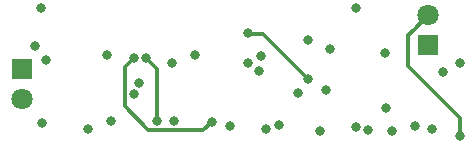
<source format=gbr>
%TF.GenerationSoftware,KiCad,Pcbnew,(6.0.2)*%
%TF.CreationDate,2022-03-10T12:52:18+01:00*%
%TF.ProjectId,SolarCharger,536f6c61-7243-4686-9172-6765722e6b69,rev?*%
%TF.SameCoordinates,Original*%
%TF.FileFunction,Copper,L2,Inr*%
%TF.FilePolarity,Positive*%
%FSLAX46Y46*%
G04 Gerber Fmt 4.6, Leading zero omitted, Abs format (unit mm)*
G04 Created by KiCad (PCBNEW (6.0.2)) date 2022-03-10 12:52:18*
%MOMM*%
%LPD*%
G01*
G04 APERTURE LIST*
%TA.AperFunction,ComponentPad*%
%ADD10R,1.800000X1.800000*%
%TD*%
%TA.AperFunction,ComponentPad*%
%ADD11C,1.800000*%
%TD*%
%TA.AperFunction,ViaPad*%
%ADD12C,0.800000*%
%TD*%
%TA.AperFunction,Conductor*%
%ADD13C,0.300000*%
%TD*%
G04 APERTURE END LIST*
D10*
%TO.N,gnd*%
%TO.C,J1*%
X82500000Y-47460000D03*
D11*
%TO.N,Vin+*%
X82500000Y-50000000D03*
%TD*%
D10*
%TO.N,gnd*%
%TO.C,J2*%
X116900000Y-45400000D03*
D11*
%TO.N,5V*%
X116900000Y-42860000D03*
%TD*%
D12*
%TO.N,Vin+*%
X83600000Y-45500000D03*
%TO.N,gnd*%
X103200000Y-52500000D03*
X95200000Y-46900000D03*
X111800000Y-52600000D03*
X117200000Y-52500000D03*
%TO.N,BAT-*%
X93000000Y-46500000D03*
X93930331Y-51830331D03*
X90000000Y-51825000D03*
%TO.N,BAT+*%
X98550001Y-51895735D03*
X101600000Y-44400000D03*
X106675000Y-48289369D03*
X92000000Y-46500000D03*
%TO.N,Net-(C7-Pad2)*%
X107737764Y-52679577D03*
X104300000Y-52200000D03*
%TO.N,5V*%
X119600000Y-53100000D03*
%TO.N,5V_BF*%
X110800000Y-42300000D03*
X101600000Y-46900000D03*
X110800000Y-52374998D03*
X115750000Y-52300000D03*
%TO.N,Net-(D1-Pad2)*%
X102700000Y-46300000D03*
X105900000Y-49500000D03*
%TO.N,Net-(IC1-Pad8)*%
X89736401Y-46263599D03*
X92400000Y-48600000D03*
%TO.N,Net-(IC1-Pad6)*%
X84100000Y-42300000D03*
X91964998Y-49517501D03*
%TO.N,Net-(IC1-Pad5)*%
X88069998Y-52500000D03*
%TO.N,Net-(IC1-Pad2)*%
X84200000Y-52000000D03*
X84500000Y-46710000D03*
%TO.N,Net-(IC2-Pad5)*%
X97147624Y-46263478D03*
X95400000Y-51830332D03*
%TO.N,Net-(IC3-Pad2)*%
X100100000Y-52300000D03*
X106700000Y-45000000D03*
%TO.N,Net-(IC3-Pad1)*%
X108574998Y-45725000D03*
X102544998Y-47600000D03*
%TO.N,Net-(IC4-Pad8)*%
X119600000Y-46900000D03*
X113200000Y-46100000D03*
%TO.N,Net-(IC4-Pad7)*%
X118149498Y-47668922D03*
X113786658Y-52706671D03*
%TO.N,Net-(IC4-Pad3)*%
X108200000Y-49200000D03*
X113327531Y-50779998D03*
%TD*%
D13*
%TO.N,BAT-*%
X93000000Y-46500000D02*
X93930331Y-47430331D01*
X93930331Y-47430331D02*
X93930331Y-51830331D01*
%TO.N,BAT+*%
X97865404Y-52580332D02*
X98550001Y-51895735D01*
X92000000Y-46500000D02*
X91214997Y-47285003D01*
X91214997Y-50614997D02*
X93180332Y-52580332D01*
X101800000Y-44500000D02*
X101700000Y-44400000D01*
X106675000Y-48289369D02*
X102885631Y-44500000D01*
X91214997Y-47285003D02*
X91214997Y-50614997D01*
X101700000Y-44400000D02*
X101600000Y-44400000D01*
X102885631Y-44500000D02*
X101800000Y-44500000D01*
X93180332Y-52580332D02*
X97865404Y-52580332D01*
%TO.N,5V*%
X115649999Y-44110001D02*
X116900000Y-42860000D01*
X119600000Y-53100000D02*
X119600000Y-51600000D01*
X115200000Y-47200000D02*
X115200000Y-44560000D01*
X119600000Y-51600000D02*
X115200000Y-47200000D01*
X115200000Y-44560000D02*
X115649999Y-44110001D01*
%TD*%
M02*

</source>
